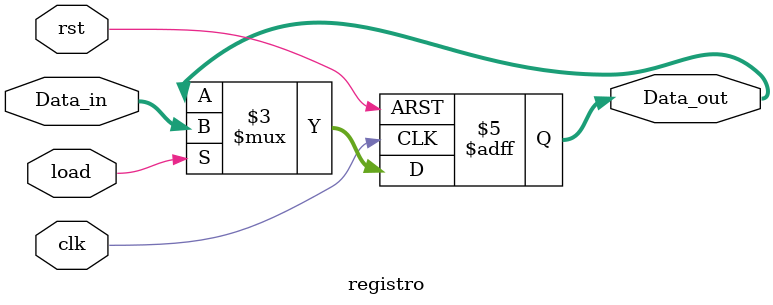
<source format=v>
`timescale 1ns / 1ps
module registro(clk, rst, load, Data_in, Data_out);
 input clk, rst, load;
 input [3:0] Data_in;
 output reg [3:0] Data_out;


 always @(posedge clk or posedge rst)
 
	if (rst)
		Data_out = 0;
		
	else if (load)
		Data_out = Data_in;
	
	else 
		Data_out = Data_out;
 
endmodule

</source>
